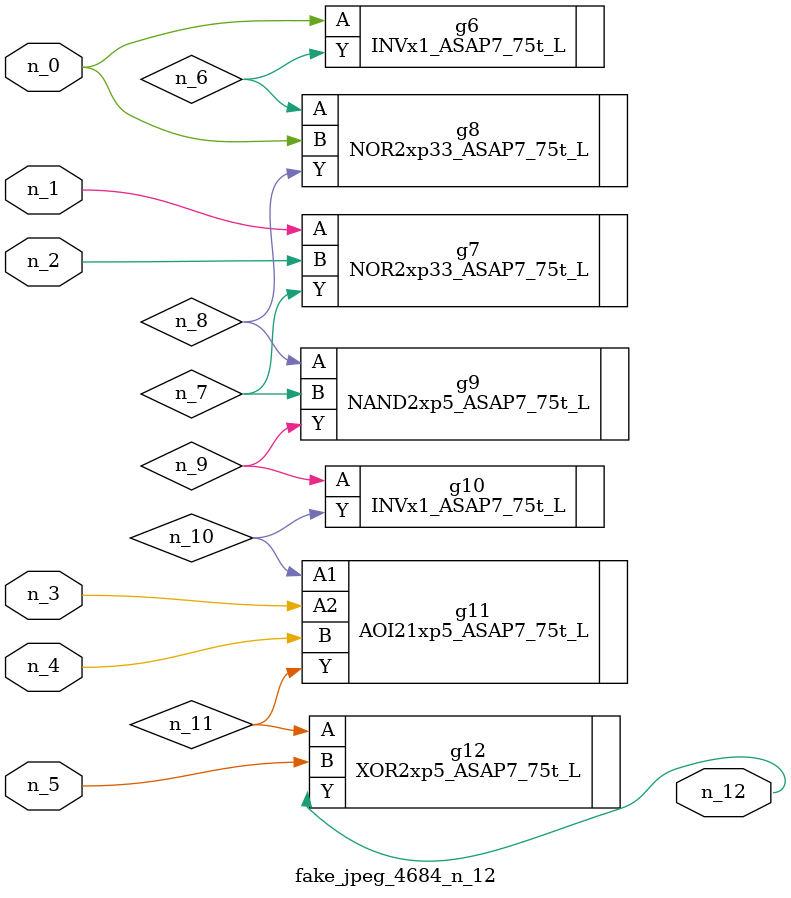
<source format=v>
module fake_jpeg_4684_n_12 (n_3, n_2, n_1, n_0, n_4, n_5, n_12);

input n_3;
input n_2;
input n_1;
input n_0;
input n_4;
input n_5;

output n_12;

wire n_11;
wire n_10;
wire n_8;
wire n_9;
wire n_6;
wire n_7;

INVx1_ASAP7_75t_L g6 ( 
.A(n_0),
.Y(n_6)
);

NOR2xp33_ASAP7_75t_L g7 ( 
.A(n_1),
.B(n_2),
.Y(n_7)
);

NOR2xp33_ASAP7_75t_L g8 ( 
.A(n_6),
.B(n_0),
.Y(n_8)
);

NAND2xp5_ASAP7_75t_L g9 ( 
.A(n_8),
.B(n_7),
.Y(n_9)
);

INVx1_ASAP7_75t_L g10 ( 
.A(n_9),
.Y(n_10)
);

AOI21xp5_ASAP7_75t_L g11 ( 
.A1(n_10),
.A2(n_3),
.B(n_4),
.Y(n_11)
);

XOR2xp5_ASAP7_75t_L g12 ( 
.A(n_11),
.B(n_5),
.Y(n_12)
);


endmodule
</source>
